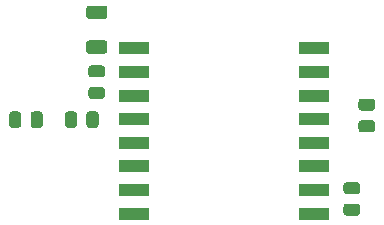
<source format=gtp>
%TF.GenerationSoftware,KiCad,Pcbnew,(5.1.9)-1*%
%TF.CreationDate,2021-03-15T19:39:59+08:00*%
%TF.ProjectId,Kernel,4b65726e-656c-42e6-9b69-6361645f7063,rev?*%
%TF.SameCoordinates,Original*%
%TF.FileFunction,Paste,Top*%
%TF.FilePolarity,Positive*%
%FSLAX46Y46*%
G04 Gerber Fmt 4.6, Leading zero omitted, Abs format (unit mm)*
G04 Created by KiCad (PCBNEW (5.1.9)-1) date 2021-03-15 19:39:59*
%MOMM*%
%LPD*%
G01*
G04 APERTURE LIST*
%ADD10R,2.500000X1.000000*%
G04 APERTURE END LIST*
%TO.C,R5*%
G36*
G01*
X79967500Y-45269999D02*
X79967500Y-46170001D01*
G75*
G02*
X79717501Y-46420000I-249999J0D01*
G01*
X79192499Y-46420000D01*
G75*
G02*
X78942500Y-46170001I0J249999D01*
G01*
X78942500Y-45269999D01*
G75*
G02*
X79192499Y-45020000I249999J0D01*
G01*
X79717501Y-45020000D01*
G75*
G02*
X79967500Y-45269999I0J-249999D01*
G01*
G37*
G36*
G01*
X81792500Y-45269999D02*
X81792500Y-46170001D01*
G75*
G02*
X81542501Y-46420000I-249999J0D01*
G01*
X81017499Y-46420000D01*
G75*
G02*
X80767500Y-46170001I0J249999D01*
G01*
X80767500Y-45269999D01*
G75*
G02*
X81017499Y-45020000I249999J0D01*
G01*
X81542501Y-45020000D01*
G75*
G02*
X81792500Y-45269999I0J-249999D01*
G01*
G37*
%TD*%
%TO.C,R4*%
G36*
G01*
X85909999Y-42945000D02*
X86810001Y-42945000D01*
G75*
G02*
X87060000Y-43194999I0J-249999D01*
G01*
X87060000Y-43720001D01*
G75*
G02*
X86810001Y-43970000I-249999J0D01*
G01*
X85909999Y-43970000D01*
G75*
G02*
X85660000Y-43720001I0J249999D01*
G01*
X85660000Y-43194999D01*
G75*
G02*
X85909999Y-42945000I249999J0D01*
G01*
G37*
G36*
G01*
X85909999Y-41120000D02*
X86810001Y-41120000D01*
G75*
G02*
X87060000Y-41369999I0J-249999D01*
G01*
X87060000Y-41895001D01*
G75*
G02*
X86810001Y-42145000I-249999J0D01*
G01*
X85909999Y-42145000D01*
G75*
G02*
X85660000Y-41895001I0J249999D01*
G01*
X85660000Y-41369999D01*
G75*
G02*
X85909999Y-41120000I249999J0D01*
G01*
G37*
%TD*%
%TO.C,R3*%
G36*
G01*
X85490000Y-46170001D02*
X85490000Y-45269999D01*
G75*
G02*
X85739999Y-45020000I249999J0D01*
G01*
X86265001Y-45020000D01*
G75*
G02*
X86515000Y-45269999I0J-249999D01*
G01*
X86515000Y-46170001D01*
G75*
G02*
X86265001Y-46420000I-249999J0D01*
G01*
X85739999Y-46420000D01*
G75*
G02*
X85490000Y-46170001I0J249999D01*
G01*
G37*
G36*
G01*
X83665000Y-46170001D02*
X83665000Y-45269999D01*
G75*
G02*
X83914999Y-45020000I249999J0D01*
G01*
X84440001Y-45020000D01*
G75*
G02*
X84690000Y-45269999I0J-249999D01*
G01*
X84690000Y-46170001D01*
G75*
G02*
X84440001Y-46420000I-249999J0D01*
G01*
X83914999Y-46420000D01*
G75*
G02*
X83665000Y-46170001I0J249999D01*
G01*
G37*
%TD*%
%TO.C,R2*%
G36*
G01*
X108400001Y-52027500D02*
X107499999Y-52027500D01*
G75*
G02*
X107250000Y-51777501I0J249999D01*
G01*
X107250000Y-51252499D01*
G75*
G02*
X107499999Y-51002500I249999J0D01*
G01*
X108400001Y-51002500D01*
G75*
G02*
X108650000Y-51252499I0J-249999D01*
G01*
X108650000Y-51777501D01*
G75*
G02*
X108400001Y-52027500I-249999J0D01*
G01*
G37*
G36*
G01*
X108400001Y-53852500D02*
X107499999Y-53852500D01*
G75*
G02*
X107250000Y-53602501I0J249999D01*
G01*
X107250000Y-53077499D01*
G75*
G02*
X107499999Y-52827500I249999J0D01*
G01*
X108400001Y-52827500D01*
G75*
G02*
X108650000Y-53077499I0J-249999D01*
G01*
X108650000Y-53602501D01*
G75*
G02*
X108400001Y-53852500I-249999J0D01*
G01*
G37*
%TD*%
%TO.C,R1*%
G36*
G01*
X108769999Y-45762500D02*
X109670001Y-45762500D01*
G75*
G02*
X109920000Y-46012499I0J-249999D01*
G01*
X109920000Y-46537501D01*
G75*
G02*
X109670001Y-46787500I-249999J0D01*
G01*
X108769999Y-46787500D01*
G75*
G02*
X108520000Y-46537501I0J249999D01*
G01*
X108520000Y-46012499D01*
G75*
G02*
X108769999Y-45762500I249999J0D01*
G01*
G37*
G36*
G01*
X108769999Y-43937500D02*
X109670001Y-43937500D01*
G75*
G02*
X109920000Y-44187499I0J-249999D01*
G01*
X109920000Y-44712501D01*
G75*
G02*
X109670001Y-44962500I-249999J0D01*
G01*
X108769999Y-44962500D01*
G75*
G02*
X108520000Y-44712501I0J249999D01*
G01*
X108520000Y-44187499D01*
G75*
G02*
X108769999Y-43937500I249999J0D01*
G01*
G37*
%TD*%
%TO.C,C1*%
G36*
G01*
X87010001Y-37200000D02*
X85709999Y-37200000D01*
G75*
G02*
X85460000Y-36950001I0J249999D01*
G01*
X85460000Y-36299999D01*
G75*
G02*
X85709999Y-36050000I249999J0D01*
G01*
X87010001Y-36050000D01*
G75*
G02*
X87260000Y-36299999I0J-249999D01*
G01*
X87260000Y-36950001D01*
G75*
G02*
X87010001Y-37200000I-249999J0D01*
G01*
G37*
G36*
G01*
X87010001Y-40150000D02*
X85709999Y-40150000D01*
G75*
G02*
X85460000Y-39900001I0J249999D01*
G01*
X85460000Y-39249999D01*
G75*
G02*
X85709999Y-39000000I249999J0D01*
G01*
X87010001Y-39000000D01*
G75*
G02*
X87260000Y-39249999I0J-249999D01*
G01*
X87260000Y-39900001D01*
G75*
G02*
X87010001Y-40150000I-249999J0D01*
G01*
G37*
%TD*%
D10*
%TO.C,U1*%
X89555000Y-39680000D03*
X89555000Y-41680000D03*
X89555000Y-43680000D03*
X89555000Y-45680000D03*
X89555000Y-47680000D03*
X89555000Y-49680000D03*
X89555000Y-51680000D03*
X89555000Y-53680000D03*
X104755000Y-53680000D03*
X104755000Y-51680000D03*
X104755000Y-49680000D03*
X104755000Y-47680000D03*
X104755000Y-45680000D03*
X104755000Y-43680000D03*
X104755000Y-41680000D03*
X104755000Y-39680000D03*
%TD*%
M02*

</source>
